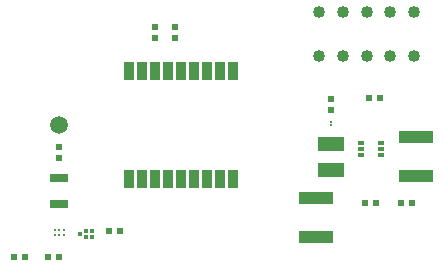
<source format=gbr>
G04*
G04 #@! TF.GenerationSoftware,Altium Limited,Altium Designer,25.8.1 (18)*
G04*
G04 Layer_Color=255*
%FSLAX25Y25*%
%MOIN*%
G70*
G04*
G04 #@! TF.SameCoordinates,7B14AC28-D965-4A85-B311-1C3B9A759C65*
G04*
G04*
G04 #@! TF.FilePolarity,Positive*
G04*
G01*
G75*
%ADD13R,0.00984X0.00984*%
%ADD14R,0.02165X0.02362*%
%ADD15R,0.02362X0.02165*%
%ADD16R,0.03543X0.06299*%
%ADD17R,0.01870X0.01181*%
%ADD18R,0.11221X0.03937*%
%ADD19R,0.01181X0.01476*%
%ADD20R,0.02362X0.02441*%
%ADD21R,0.02441X0.02362*%
%ADD22R,0.02441X0.02323*%
%ADD23R,0.00787X0.00512*%
%ADD24R,0.06457X0.03150*%
%ADD25R,0.08740X0.04842*%
%ADD44C,0.04000*%
%ADD45C,0.05906*%
D13*
X162425Y411425D02*
D03*
X164000D02*
D03*
X165575D02*
D03*
Y413000D02*
D03*
X164000D02*
D03*
X162425D02*
D03*
D14*
X254500Y453000D02*
D03*
Y456543D02*
D03*
D15*
X278000Y422000D02*
D03*
X281543D02*
D03*
X148957Y404000D02*
D03*
X152500D02*
D03*
X269543Y422000D02*
D03*
X266000D02*
D03*
X270772Y457000D02*
D03*
X267228D02*
D03*
D16*
X221823Y429890D02*
D03*
X217492D02*
D03*
X213161D02*
D03*
X208831D02*
D03*
X204500D02*
D03*
X200169D02*
D03*
X195839D02*
D03*
X191508D02*
D03*
X187177D02*
D03*
Y466110D02*
D03*
X191508D02*
D03*
X195839D02*
D03*
X200169D02*
D03*
X204500D02*
D03*
X208831D02*
D03*
X213161D02*
D03*
X217492D02*
D03*
X221823D02*
D03*
D17*
X271299Y438031D02*
D03*
Y440000D02*
D03*
Y441968D02*
D03*
X264701D02*
D03*
Y440000D02*
D03*
Y438031D02*
D03*
D18*
X249500Y423500D02*
D03*
Y410508D02*
D03*
X283000Y443992D02*
D03*
Y431000D02*
D03*
D19*
X171031Y411630D02*
D03*
X173000Y410500D02*
D03*
X174969D02*
D03*
Y412760D02*
D03*
X173000D02*
D03*
D20*
X160378Y404000D02*
D03*
X164000D02*
D03*
X184093Y412746D02*
D03*
X180471D02*
D03*
D21*
X202500Y480622D02*
D03*
Y477000D02*
D03*
X164000Y440622D02*
D03*
Y437000D02*
D03*
D22*
X196000Y477000D02*
D03*
Y480583D02*
D03*
D23*
X254500Y447988D02*
D03*
Y449000D02*
D03*
D24*
X164000Y430232D02*
D03*
Y421768D02*
D03*
D25*
X254500Y432957D02*
D03*
Y441500D02*
D03*
D44*
X250752Y471120D02*
D03*
X258626D02*
D03*
X266500D02*
D03*
X274374D02*
D03*
X282248D02*
D03*
X250752Y485500D02*
D03*
X282248D02*
D03*
X274374D02*
D03*
X266500D02*
D03*
X258626D02*
D03*
D45*
X164000Y448000D02*
D03*
M02*

</source>
